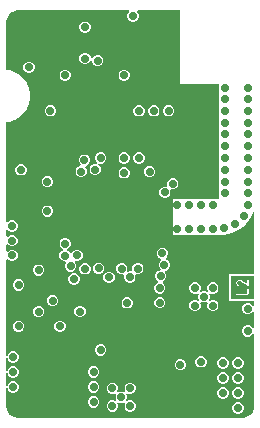
<source format=gbr>
%TF.GenerationSoftware,Altium Limited,Altium Designer,22.11.1 (43)*%
G04 Layer_Physical_Order=2*
G04 Layer_Color=36540*
%FSLAX45Y45*%
%MOMM*%
%TF.SameCoordinates,68354FB4-E10A-4FE8-B7D5-3B9F33A940C7*%
%TF.FilePolarity,Positive*%
%TF.FileFunction,Copper,L2,Inr,Signal*%
%TF.Part,Single*%
G01*
G75*
%TA.AperFunction,ViaPad*%
%ADD44C,0.70000*%
G36*
X1061949Y3474511D02*
X1067210Y3461811D01*
X1059562Y3454164D01*
X1052300Y3436632D01*
Y3417656D01*
X1059562Y3400124D01*
X1072980Y3386706D01*
X1090512Y3379444D01*
X1109488D01*
X1127020Y3386706D01*
X1140438Y3400124D01*
X1147700Y3417656D01*
Y3436632D01*
X1140438Y3454164D01*
X1132790Y3461811D01*
X1138051Y3474511D01*
X1500000D01*
Y2850000D01*
X1824962D01*
Y1875038D01*
X1575000D01*
X1574962Y1875000D01*
X1435000D01*
Y1574962D01*
X1848000D01*
X1866158Y1574961D01*
X1902164Y1579700D01*
X1937243Y1589099D01*
X1970795Y1602996D01*
X2002246Y1621154D01*
X2031058Y1643262D01*
X2056737Y1668942D01*
X2078845Y1697753D01*
X2097003Y1729204D01*
X2110900Y1762756D01*
X2111812Y1766159D01*
X2124512Y1764487D01*
Y1242700D01*
X1912301D01*
Y1017300D01*
X2124512D01*
Y976230D01*
X2111812Y973704D01*
X2110438Y977020D01*
X2097020Y990438D01*
X2079488Y997700D01*
X2060512D01*
X2042980Y990438D01*
X2029562Y977020D01*
X2022300Y959488D01*
Y940512D01*
X2029562Y922980D01*
X2042980Y909562D01*
X2060512Y902300D01*
X2079488D01*
X2097020Y909562D01*
X2110438Y922980D01*
X2111812Y926296D01*
X2124512Y923770D01*
Y786230D01*
X2111812Y783704D01*
X2110438Y787020D01*
X2097020Y800438D01*
X2079488Y807700D01*
X2060512D01*
X2042980Y800438D01*
X2029562Y787020D01*
X2022300Y769488D01*
Y750512D01*
X2029562Y732980D01*
X2042980Y719562D01*
X2060512Y712300D01*
X2079488D01*
X2097020Y719562D01*
X2110438Y732980D01*
X2111812Y736296D01*
X2124512Y733770D01*
Y125000D01*
Y115200D01*
X2120687Y95973D01*
X2113186Y77864D01*
X2102295Y61564D01*
X2088435Y47704D01*
X2072136Y36814D01*
X2054027Y29313D01*
X2034801Y25488D01*
X2025000D01*
X125000Y25488D01*
X115199D01*
X95973Y29312D01*
X77863Y36814D01*
X61564Y47705D01*
X47704Y61565D01*
X36814Y77863D01*
X29312Y95974D01*
X25488Y115199D01*
X25488Y124999D01*
Y274867D01*
X37300Y277012D01*
X44562Y259480D01*
X57980Y246062D01*
X75512Y238800D01*
X94488D01*
X112020Y246062D01*
X125438Y259480D01*
X132700Y277012D01*
Y295988D01*
X125438Y313520D01*
X112020Y326938D01*
X94488Y334200D01*
X75512D01*
X57980Y326938D01*
X44562Y313520D01*
X37300Y295988D01*
X25488Y298134D01*
Y401867D01*
X37300Y404012D01*
X44562Y386480D01*
X57980Y373062D01*
X75512Y365800D01*
X94488D01*
X112020Y373062D01*
X125438Y386480D01*
X132700Y404012D01*
Y422988D01*
X125438Y440520D01*
X112020Y453938D01*
X94488Y461200D01*
X75512D01*
X57980Y453938D01*
X44562Y440520D01*
X37300Y422988D01*
X25488Y425134D01*
Y528867D01*
X37300Y531012D01*
X44562Y513481D01*
X57980Y500062D01*
X75512Y492800D01*
X94488D01*
X112020Y500062D01*
X125438Y513481D01*
X132700Y531012D01*
Y549988D01*
X125438Y567520D01*
X112020Y580938D01*
X94488Y588200D01*
X75512D01*
X57980Y580938D01*
X44562Y567520D01*
X37300Y549989D01*
X25488Y552134D01*
Y1364225D01*
X38188Y1369354D01*
X47980Y1359562D01*
X65512Y1352300D01*
X84488D01*
X102020Y1359562D01*
X115438Y1372980D01*
X122700Y1390512D01*
Y1409488D01*
X115438Y1427019D01*
X102020Y1440438D01*
X84488Y1447700D01*
X65512D01*
X47980Y1440438D01*
X38188Y1430646D01*
X25488Y1435774D01*
Y1489225D01*
X38188Y1494354D01*
X47980Y1484562D01*
X65512Y1477300D01*
X84488D01*
X102020Y1484562D01*
X115438Y1497980D01*
X122700Y1515512D01*
Y1534488D01*
X115438Y1552020D01*
X102020Y1565438D01*
X84488Y1572700D01*
X65512D01*
X47980Y1565438D01*
X38188Y1555646D01*
X25488Y1560775D01*
Y1614225D01*
X38188Y1619354D01*
X47980Y1609562D01*
X65512Y1602300D01*
X84488D01*
X102020Y1609562D01*
X115438Y1622980D01*
X122700Y1640512D01*
Y1659488D01*
X115438Y1677020D01*
X102020Y1690438D01*
X84488Y1697700D01*
X65512D01*
X47980Y1690438D01*
X38188Y1680646D01*
X25488Y1685775D01*
Y2526146D01*
X63029Y2533613D01*
X65349Y2534574D01*
X67811Y2535064D01*
X104033Y2550067D01*
X106120Y2551462D01*
X108440Y2552423D01*
X141039Y2574205D01*
X142814Y2575980D01*
X144902Y2577375D01*
X172625Y2605098D01*
X174019Y2607185D01*
X175795Y2608960D01*
X197577Y2641560D01*
X198538Y2643879D01*
X199933Y2645967D01*
X214936Y2682189D01*
X215426Y2684651D01*
X216387Y2686970D01*
X224036Y2725424D01*
Y2727935D01*
X224525Y2730397D01*
Y2769603D01*
X224036Y2772065D01*
Y2774576D01*
X216387Y2813029D01*
X215426Y2815349D01*
X214936Y2817811D01*
X199933Y2854033D01*
X198538Y2856121D01*
X197577Y2858440D01*
X175795Y2891039D01*
X174020Y2892814D01*
X172625Y2894902D01*
X144902Y2922625D01*
X142815Y2924019D01*
X141039Y2925795D01*
X108440Y2947577D01*
X106121Y2948538D01*
X104033Y2949933D01*
X67811Y2964936D01*
X65349Y2965426D01*
X63029Y2966387D01*
X25488Y2973854D01*
Y3384801D01*
X29313Y3404027D01*
X36813Y3422136D01*
X47705Y3438436D01*
X61565Y3452296D01*
X77863Y3463186D01*
X95973Y3470687D01*
X115200Y3474512D01*
X125000D01*
X1061949Y3474511D01*
D02*
G37*
G36*
X2125002Y1030000D02*
X1925001D01*
Y1230000D01*
X2125002D01*
Y1030000D01*
D02*
G37*
%LPC*%
G36*
X701988Y3380200D02*
X683012D01*
X665481Y3372938D01*
X652062Y3359520D01*
X644800Y3341988D01*
Y3323012D01*
X652062Y3305480D01*
X665481Y3292062D01*
X683012Y3284800D01*
X701988D01*
X719520Y3292062D01*
X732938Y3305480D01*
X740200Y3323012D01*
Y3341988D01*
X732938Y3359520D01*
X719520Y3372938D01*
X701988Y3380200D01*
D02*
G37*
G36*
Y3115200D02*
X683012D01*
X665481Y3107938D01*
X652062Y3094520D01*
X644800Y3076988D01*
Y3058012D01*
X652062Y3040480D01*
X665481Y3027062D01*
X683012Y3019800D01*
X701988D01*
X719520Y3027062D01*
X732938Y3040480D01*
X740200Y3058011D01*
X752299Y3056562D01*
X752300Y3040512D01*
X759562Y3022980D01*
X772980Y3009562D01*
X790512Y3002300D01*
X809488D01*
X827020Y3009562D01*
X840438Y3022980D01*
X847700Y3040512D01*
Y3059488D01*
X840438Y3077020D01*
X827020Y3090438D01*
X809488Y3097700D01*
X790512D01*
X772980Y3090438D01*
X759562Y3077020D01*
X752300Y3059489D01*
X740201Y3060938D01*
X740200Y3076988D01*
X732938Y3094520D01*
X719520Y3107938D01*
X701988Y3115200D01*
D02*
G37*
G36*
X226988Y3040200D02*
X208012D01*
X190480Y3032938D01*
X177062Y3019520D01*
X169800Y3001988D01*
Y2983012D01*
X177062Y2965480D01*
X190480Y2952062D01*
X208012Y2944800D01*
X226988D01*
X244520Y2952062D01*
X257938Y2965480D01*
X265200Y2983012D01*
Y3001988D01*
X257938Y3019520D01*
X244520Y3032938D01*
X226988Y3040200D01*
D02*
G37*
G36*
X1034488Y2972700D02*
X1015512D01*
X997980Y2965438D01*
X984562Y2952020D01*
X977300Y2934488D01*
Y2915512D01*
X984562Y2897980D01*
X997980Y2884562D01*
X1015512Y2877300D01*
X1034488D01*
X1052020Y2884562D01*
X1065438Y2897980D01*
X1072700Y2915512D01*
Y2934488D01*
X1065438Y2952020D01*
X1052020Y2965438D01*
X1034488Y2972700D01*
D02*
G37*
G36*
X534488D02*
X515512D01*
X497980Y2965438D01*
X484562Y2952020D01*
X477300Y2934488D01*
Y2915512D01*
X484562Y2897980D01*
X497980Y2884562D01*
X515512Y2877300D01*
X534488D01*
X552020Y2884562D01*
X565438Y2897980D01*
X572700Y2915512D01*
Y2934488D01*
X565438Y2952020D01*
X552020Y2965438D01*
X534488Y2972700D01*
D02*
G37*
G36*
X1409488Y2672700D02*
X1390512D01*
X1372980Y2665438D01*
X1359562Y2652020D01*
X1352300Y2634489D01*
Y2615512D01*
X1359562Y2597981D01*
X1372980Y2584562D01*
X1390512Y2577300D01*
X1409488D01*
X1427020Y2584562D01*
X1440438Y2597981D01*
X1447700Y2615512D01*
Y2634489D01*
X1440438Y2652020D01*
X1427020Y2665438D01*
X1409488Y2672700D01*
D02*
G37*
G36*
X1284488Y2672700D02*
X1265512D01*
X1247980Y2665438D01*
X1234562Y2652020D01*
X1227300Y2634488D01*
Y2615512D01*
X1234562Y2597980D01*
X1247980Y2584562D01*
X1265512Y2577300D01*
X1284488D01*
X1302019Y2584562D01*
X1315438Y2597980D01*
X1322700Y2615512D01*
Y2634488D01*
X1315438Y2652020D01*
X1302019Y2665438D01*
X1284488Y2672700D01*
D02*
G37*
G36*
X1159488D02*
X1140512D01*
X1122980Y2665438D01*
X1109562Y2652020D01*
X1102300Y2634488D01*
Y2615512D01*
X1109562Y2597980D01*
X1122980Y2584562D01*
X1140512Y2577300D01*
X1159488D01*
X1177020Y2584562D01*
X1190438Y2597980D01*
X1197700Y2615512D01*
Y2634488D01*
X1190438Y2652020D01*
X1177020Y2665438D01*
X1159488Y2672700D01*
D02*
G37*
G36*
X409488D02*
X390512D01*
X372980Y2665438D01*
X359562Y2652020D01*
X352300Y2634488D01*
Y2615512D01*
X359562Y2597980D01*
X372980Y2584562D01*
X390512Y2577300D01*
X409488D01*
X427020Y2584562D01*
X440438Y2597980D01*
X447700Y2615512D01*
Y2634488D01*
X440438Y2652020D01*
X427020Y2665438D01*
X409488Y2672700D01*
D02*
G37*
G36*
X1159488Y2272700D02*
X1140512D01*
X1122980Y2265438D01*
X1109562Y2252020D01*
X1102300Y2234488D01*
Y2215512D01*
X1109562Y2197980D01*
X1122980Y2184562D01*
X1140512Y2177300D01*
X1159488D01*
X1177020Y2184562D01*
X1190438Y2197980D01*
X1197700Y2215512D01*
Y2234488D01*
X1190438Y2252020D01*
X1177020Y2265438D01*
X1159488Y2272700D01*
D02*
G37*
G36*
X1034488D02*
X1015512D01*
X997980Y2265438D01*
X984562Y2252020D01*
X977300Y2234488D01*
Y2215512D01*
X984562Y2197980D01*
X997980Y2184562D01*
X1015512Y2177300D01*
X1034488D01*
X1052020Y2184562D01*
X1065438Y2197980D01*
X1072700Y2215512D01*
Y2234488D01*
X1065438Y2252020D01*
X1052020Y2265438D01*
X1034488Y2272700D01*
D02*
G37*
G36*
X834488D02*
X815512D01*
X797980Y2265438D01*
X784562Y2252020D01*
X777300Y2234488D01*
Y2215512D01*
X784562Y2197980D01*
X797980Y2184562D01*
X792930Y2173019D01*
X788045Y2175042D01*
X769069D01*
X751537Y2167780D01*
X738119Y2154362D01*
X730857Y2136830D01*
Y2117854D01*
X738119Y2100322D01*
X751537Y2086904D01*
X769069Y2079642D01*
X788045D01*
X805576Y2086904D01*
X818995Y2100322D01*
X826257Y2117854D01*
Y2136830D01*
X818995Y2154362D01*
X805577Y2167780D01*
X810627Y2179324D01*
X815512Y2177300D01*
X834488D01*
X852020Y2184562D01*
X865438Y2197980D01*
X872700Y2215512D01*
Y2234488D01*
X865438Y2252020D01*
X852020Y2265438D01*
X834488Y2272700D01*
D02*
G37*
G36*
X159488Y2172700D02*
X140512D01*
X122980Y2165438D01*
X109562Y2152020D01*
X102300Y2134488D01*
Y2115512D01*
X109562Y2097980D01*
X122980Y2084562D01*
X140512Y2077300D01*
X159488D01*
X177020Y2084562D01*
X190438Y2097980D01*
X197700Y2115512D01*
Y2134488D01*
X190438Y2152020D01*
X177020Y2165438D01*
X159488Y2172700D01*
D02*
G37*
G36*
X697178Y2253790D02*
X678202D01*
X660671Y2246528D01*
X647252Y2233110D01*
X639990Y2215578D01*
Y2196602D01*
X647252Y2179070D01*
X655922Y2170400D01*
X650662Y2157700D01*
X650512D01*
X632980Y2150438D01*
X619562Y2137020D01*
X612300Y2119488D01*
Y2100512D01*
X619562Y2082980D01*
X632980Y2069562D01*
X650512Y2062300D01*
X669488D01*
X687020Y2069562D01*
X700438Y2082980D01*
X707700Y2100512D01*
Y2119488D01*
X700438Y2137020D01*
X691768Y2145690D01*
X697029Y2158390D01*
X697178D01*
X714710Y2165652D01*
X728128Y2179070D01*
X735390Y2196602D01*
Y2215578D01*
X728128Y2233110D01*
X714710Y2246528D01*
X697178Y2253790D01*
D02*
G37*
G36*
X1248782Y2156993D02*
X1229806D01*
X1212274Y2149732D01*
X1198856Y2136313D01*
X1191594Y2118782D01*
Y2099805D01*
X1198856Y2082274D01*
X1212274Y2068855D01*
X1229806Y2061594D01*
X1248782D01*
X1266313Y2068855D01*
X1279732Y2082274D01*
X1286994Y2099805D01*
Y2118782D01*
X1279732Y2136313D01*
X1266313Y2149732D01*
X1248782Y2156993D01*
D02*
G37*
G36*
X1034488Y2147700D02*
X1015512D01*
X997980Y2140438D01*
X984562Y2127020D01*
X977300Y2109488D01*
Y2090512D01*
X984562Y2072980D01*
X997980Y2059562D01*
X1015512Y2052300D01*
X1034488D01*
X1052020Y2059562D01*
X1065438Y2072980D01*
X1072700Y2090512D01*
Y2109488D01*
X1065438Y2127020D01*
X1052020Y2140438D01*
X1034488Y2147700D01*
D02*
G37*
G36*
X1444881Y2055248D02*
X1425905D01*
X1408373Y2047986D01*
X1394955Y2034568D01*
X1387693Y2017036D01*
Y1998060D01*
X1391304Y1989343D01*
X1381584Y1979622D01*
X1377588Y1981277D01*
X1358612D01*
X1341080Y1974016D01*
X1327662Y1960597D01*
X1320400Y1943066D01*
Y1924089D01*
X1327662Y1906558D01*
X1341080Y1893139D01*
X1358612Y1885878D01*
X1377588D01*
X1395120Y1893139D01*
X1408538Y1906558D01*
X1415800Y1924089D01*
Y1943066D01*
X1412189Y1951783D01*
X1421910Y1961503D01*
X1425905Y1959848D01*
X1444881D01*
X1462413Y1967110D01*
X1475831Y1980528D01*
X1483093Y1998060D01*
Y2017036D01*
X1475831Y2034568D01*
X1462413Y2047986D01*
X1444881Y2055248D01*
D02*
G37*
G36*
X384488Y2072700D02*
X365512D01*
X347980Y2065438D01*
X334562Y2052020D01*
X327300Y2034488D01*
Y2015512D01*
X334562Y1997980D01*
X347980Y1984562D01*
X365512Y1977300D01*
X384488D01*
X402020Y1984562D01*
X415438Y1997980D01*
X422700Y2015512D01*
Y2034488D01*
X415438Y2052020D01*
X402020Y2065438D01*
X384488Y2072700D01*
D02*
G37*
G36*
Y1822700D02*
X365512D01*
X347980Y1815438D01*
X334562Y1802020D01*
X327300Y1784488D01*
Y1765512D01*
X334562Y1747980D01*
X347980Y1734562D01*
X365512Y1727300D01*
X384488D01*
X402020Y1734562D01*
X415438Y1747980D01*
X422700Y1765512D01*
Y1784488D01*
X415438Y1802020D01*
X402020Y1815438D01*
X384488Y1822700D01*
D02*
G37*
G36*
X534488Y1547700D02*
X515512D01*
X497980Y1540438D01*
X484562Y1527020D01*
X477300Y1509488D01*
Y1490512D01*
X484562Y1472980D01*
X497980Y1459562D01*
X505400Y1456489D01*
Y1442742D01*
X497223Y1439355D01*
X483805Y1425937D01*
X476543Y1408405D01*
Y1389429D01*
X483805Y1371897D01*
X497223Y1358479D01*
X514755Y1351217D01*
X525799D01*
X531059Y1338517D01*
X529562Y1337020D01*
X522300Y1319488D01*
Y1300512D01*
X529562Y1282980D01*
X542980Y1269562D01*
X560512Y1262300D01*
X579488D01*
X597020Y1269562D01*
X610438Y1282980D01*
X617700Y1300512D01*
Y1319488D01*
X610438Y1337020D01*
X604231Y1343226D01*
X611425Y1353993D01*
X615512Y1352300D01*
X634488D01*
X652020Y1359562D01*
X665438Y1372980D01*
X672700Y1390512D01*
Y1409488D01*
X665438Y1427020D01*
X652020Y1440438D01*
X634488Y1447700D01*
X615512D01*
X597980Y1440438D01*
X584562Y1427020D01*
X581270Y1419073D01*
X567524D01*
X564681Y1425937D01*
X551263Y1439355D01*
X543843Y1442429D01*
Y1456175D01*
X552020Y1459562D01*
X565438Y1472980D01*
X572700Y1490512D01*
Y1509488D01*
X565438Y1527020D01*
X552020Y1540438D01*
X534488Y1547700D01*
D02*
G37*
G36*
X1149488Y1337300D02*
X1130512D01*
X1112980Y1330038D01*
X1099562Y1316619D01*
X1092300Y1299088D01*
Y1280111D01*
X1095584Y1272184D01*
X1085863Y1262464D01*
X1080915Y1264514D01*
X1061938D01*
X1056877Y1262418D01*
X1047157Y1272138D01*
X1050400Y1279967D01*
Y1298943D01*
X1043138Y1316475D01*
X1029720Y1329893D01*
X1012188Y1337155D01*
X993212D01*
X975680Y1329893D01*
X962262Y1316475D01*
X955000Y1298943D01*
Y1279967D01*
X962262Y1262435D01*
X975680Y1249017D01*
X993212Y1241755D01*
X1012188D01*
X1017249Y1243851D01*
X1026969Y1234131D01*
X1023726Y1226302D01*
Y1207326D01*
X1030988Y1189794D01*
X1044407Y1176376D01*
X1061938Y1169114D01*
X1080915D01*
X1098446Y1176376D01*
X1111864Y1189794D01*
X1119126Y1207326D01*
Y1226302D01*
X1115843Y1234229D01*
X1125563Y1243950D01*
X1130512Y1241900D01*
X1149488D01*
X1167020Y1249162D01*
X1180438Y1262580D01*
X1187700Y1280111D01*
Y1299088D01*
X1180438Y1316619D01*
X1167020Y1330038D01*
X1149488Y1337300D01*
D02*
G37*
G36*
X816788Y1337700D02*
X797812D01*
X780280Y1330438D01*
X766862Y1317020D01*
X759600Y1299488D01*
Y1280512D01*
X766862Y1262980D01*
X780280Y1249562D01*
X797812Y1242300D01*
X816788D01*
X834320Y1249562D01*
X847738Y1262980D01*
X855000Y1280512D01*
Y1299488D01*
X847738Y1317020D01*
X834320Y1330438D01*
X816788Y1337700D01*
D02*
G37*
G36*
X701176Y1335400D02*
X682200D01*
X664668Y1328139D01*
X651250Y1314720D01*
X643988Y1297189D01*
Y1278212D01*
X651250Y1260681D01*
X664668Y1247262D01*
X682200Y1240001D01*
X701176D01*
X718708Y1247262D01*
X732126Y1260681D01*
X739388Y1278212D01*
Y1297189D01*
X732126Y1314720D01*
X718708Y1328139D01*
X701176Y1335400D01*
D02*
G37*
G36*
X309488Y1322700D02*
X290512D01*
X272980Y1315438D01*
X259562Y1302020D01*
X252300Y1284488D01*
Y1265512D01*
X259562Y1247980D01*
X272980Y1234562D01*
X290512Y1227300D01*
X309488D01*
X327020Y1234562D01*
X340438Y1247980D01*
X347700Y1265512D01*
Y1284488D01*
X340438Y1302020D01*
X327020Y1315438D01*
X309488Y1322700D01*
D02*
G37*
G36*
X905141Y1261753D02*
X886165D01*
X868633Y1254491D01*
X855215Y1241073D01*
X847953Y1223541D01*
Y1204565D01*
X855215Y1187033D01*
X868633Y1173615D01*
X886165Y1166353D01*
X905141D01*
X922673Y1173615D01*
X936091Y1187033D01*
X943353Y1204565D01*
Y1223541D01*
X936091Y1241073D01*
X922673Y1254491D01*
X905141Y1261753D01*
D02*
G37*
G36*
X609488Y1247700D02*
X590512D01*
X572980Y1240438D01*
X559562Y1227020D01*
X552300Y1209488D01*
Y1190512D01*
X559562Y1172980D01*
X572980Y1159562D01*
X590512Y1152300D01*
X609488D01*
X627020Y1159562D01*
X640438Y1172980D01*
X647700Y1190512D01*
Y1209488D01*
X640438Y1227020D01*
X627020Y1240438D01*
X609488Y1247700D01*
D02*
G37*
G36*
X139488Y1197700D02*
X120512D01*
X102980Y1190438D01*
X89562Y1177019D01*
X82300Y1159488D01*
Y1140512D01*
X89562Y1122980D01*
X102980Y1109562D01*
X120512Y1102300D01*
X139488D01*
X157020Y1109562D01*
X170438Y1122980D01*
X177700Y1140512D01*
Y1159488D01*
X170438Y1177019D01*
X157020Y1190438D01*
X139488Y1197700D01*
D02*
G37*
G36*
X1784488Y1172700D02*
X1765512D01*
X1747980Y1165438D01*
X1734562Y1152020D01*
X1727300Y1134488D01*
Y1115512D01*
X1733495Y1100556D01*
X1724444Y1091505D01*
X1709488Y1097700D01*
X1690512D01*
X1675556Y1091505D01*
X1666505Y1100557D01*
X1672700Y1115512D01*
Y1134488D01*
X1665438Y1152020D01*
X1652020Y1165438D01*
X1634488Y1172700D01*
X1615512D01*
X1597980Y1165438D01*
X1584562Y1152020D01*
X1577300Y1134488D01*
Y1115512D01*
X1584562Y1097980D01*
X1597980Y1084562D01*
X1615512Y1077300D01*
X1634488D01*
X1649443Y1083495D01*
X1658495Y1074443D01*
X1652300Y1059488D01*
Y1040512D01*
X1658495Y1025557D01*
X1649443Y1016505D01*
X1634488Y1022700D01*
X1615512D01*
X1597980Y1015438D01*
X1584562Y1002020D01*
X1577300Y984488D01*
Y965512D01*
X1584562Y947980D01*
X1597980Y934562D01*
X1615512Y927300D01*
X1634488D01*
X1652020Y934562D01*
X1665438Y947980D01*
X1672700Y965512D01*
Y984488D01*
X1666505Y999443D01*
X1675557Y1008495D01*
X1690512Y1002300D01*
X1709488D01*
X1724443Y1008495D01*
X1733495Y999444D01*
X1727300Y984488D01*
Y965512D01*
X1734562Y947980D01*
X1747980Y934562D01*
X1765512Y927300D01*
X1784488D01*
X1802020Y934562D01*
X1815438Y947980D01*
X1822700Y965512D01*
Y984488D01*
X1815438Y1002020D01*
X1802020Y1015438D01*
X1784488Y1022700D01*
X1765512D01*
X1750557Y1016505D01*
X1741505Y1025556D01*
X1747700Y1040512D01*
Y1059488D01*
X1741505Y1074444D01*
X1750556Y1083495D01*
X1765512Y1077300D01*
X1784488D01*
X1802020Y1084562D01*
X1815438Y1097980D01*
X1822700Y1115512D01*
Y1134488D01*
X1815438Y1152020D01*
X1802020Y1165438D01*
X1784488Y1172700D01*
D02*
G37*
G36*
X1358092Y1465485D02*
X1339116D01*
X1321584Y1458223D01*
X1308166Y1444805D01*
X1300904Y1427273D01*
Y1408297D01*
X1308166Y1390765D01*
X1321584Y1377347D01*
X1334759Y1371890D01*
X1336447Y1366182D01*
X1337065Y1358634D01*
X1336999Y1358262D01*
X1324962Y1346225D01*
X1317700Y1328694D01*
Y1309717D01*
X1324962Y1292186D01*
X1332045Y1285103D01*
X1326784Y1272403D01*
X1323212D01*
X1305680Y1265141D01*
X1292262Y1251723D01*
X1285000Y1234191D01*
Y1215215D01*
X1292262Y1197683D01*
X1305680Y1184265D01*
X1307963Y1183320D01*
Y1169573D01*
X1297980Y1165438D01*
X1284562Y1152020D01*
X1277300Y1134488D01*
Y1115512D01*
X1284562Y1097980D01*
X1297980Y1084562D01*
X1315512Y1077300D01*
X1334488D01*
X1352020Y1084562D01*
X1365438Y1097980D01*
X1372700Y1115512D01*
Y1134488D01*
X1365438Y1152020D01*
X1352020Y1165438D01*
X1349737Y1166383D01*
Y1180130D01*
X1359720Y1184265D01*
X1373138Y1197683D01*
X1380400Y1215215D01*
Y1234191D01*
X1373138Y1251723D01*
X1366055Y1258806D01*
X1371316Y1271506D01*
X1374888D01*
X1392420Y1278768D01*
X1405838Y1292186D01*
X1413100Y1309717D01*
Y1328694D01*
X1405838Y1346225D01*
X1392420Y1359644D01*
X1379245Y1365101D01*
X1377557Y1370809D01*
X1376939Y1378356D01*
X1377005Y1378729D01*
X1389042Y1390765D01*
X1396304Y1408297D01*
Y1427273D01*
X1389042Y1444805D01*
X1375624Y1458223D01*
X1358092Y1465485D01*
D02*
G37*
G36*
X427114Y1065326D02*
X408137D01*
X390606Y1058064D01*
X377187Y1044645D01*
X369926Y1027114D01*
Y1008137D01*
X377187Y990606D01*
X390606Y977188D01*
X408137Y969926D01*
X427114D01*
X444645Y977188D01*
X458064Y990606D01*
X465325Y1008137D01*
Y1027114D01*
X458064Y1044645D01*
X444645Y1058064D01*
X427114Y1065326D01*
D02*
G37*
G36*
X1334488Y1047700D02*
X1315512D01*
X1297980Y1040438D01*
X1284562Y1027020D01*
X1277300Y1009488D01*
Y990512D01*
X1284562Y972980D01*
X1297980Y959562D01*
X1315512Y952300D01*
X1334488D01*
X1352020Y959562D01*
X1365438Y972980D01*
X1372700Y990512D01*
Y1009488D01*
X1365438Y1027020D01*
X1352020Y1040438D01*
X1334488Y1047700D01*
D02*
G37*
G36*
X1059943Y1047245D02*
X1040967D01*
X1023435Y1039983D01*
X1010017Y1026564D01*
X1002755Y1009033D01*
Y990056D01*
X1010017Y972525D01*
X1023435Y959107D01*
X1040967Y951845D01*
X1059943D01*
X1077475Y959107D01*
X1090893Y972525D01*
X1098155Y990056D01*
Y1009033D01*
X1090893Y1026564D01*
X1077475Y1039983D01*
X1059943Y1047245D01*
D02*
G37*
G36*
X659488Y972700D02*
X640512D01*
X622980Y965438D01*
X609562Y952020D01*
X602300Y934488D01*
Y915512D01*
X609562Y897980D01*
X622980Y884562D01*
X640512Y877300D01*
X659488D01*
X677020Y884562D01*
X690438Y897980D01*
X697700Y915512D01*
Y934488D01*
X690438Y952020D01*
X677020Y965438D01*
X659488Y972700D01*
D02*
G37*
G36*
X309488D02*
X290512D01*
X272980Y965438D01*
X259562Y952020D01*
X252300Y934488D01*
Y915512D01*
X259562Y897980D01*
X272980Y884562D01*
X290512Y877300D01*
X309488D01*
X327020Y884562D01*
X340438Y897980D01*
X347700Y915512D01*
Y934488D01*
X340438Y952020D01*
X327020Y965438D01*
X309488Y972700D01*
D02*
G37*
G36*
X489488Y847700D02*
X470512D01*
X452980Y840438D01*
X439562Y827019D01*
X432300Y809488D01*
Y790511D01*
X439562Y772980D01*
X452980Y759562D01*
X470512Y752300D01*
X489488D01*
X507020Y759562D01*
X520438Y772980D01*
X527700Y790511D01*
Y809488D01*
X520438Y827019D01*
X507020Y840438D01*
X489488Y847700D01*
D02*
G37*
G36*
X139488D02*
X120512D01*
X102980Y840438D01*
X89562Y827019D01*
X82300Y809488D01*
Y790511D01*
X89562Y772980D01*
X102980Y759562D01*
X120512Y752300D01*
X139488D01*
X157020Y759562D01*
X170438Y772980D01*
X177700Y790511D01*
Y809488D01*
X170438Y827019D01*
X157020Y840438D01*
X139488Y847700D01*
D02*
G37*
G36*
X834488Y647700D02*
X815512D01*
X797980Y640438D01*
X784562Y627020D01*
X777300Y609488D01*
Y590512D01*
X784562Y572980D01*
X797980Y559562D01*
X815512Y552300D01*
X834488D01*
X852020Y559562D01*
X865438Y572980D01*
X872700Y590512D01*
Y609488D01*
X865438Y627020D01*
X852020Y640438D01*
X834488Y647700D01*
D02*
G37*
G36*
X1684488Y547700D02*
X1665512D01*
X1647980Y540438D01*
X1634562Y527020D01*
X1627300Y509488D01*
Y490512D01*
X1634562Y472980D01*
X1647980Y459562D01*
X1665512Y452300D01*
X1684488D01*
X1702020Y459562D01*
X1715438Y472980D01*
X1722700Y490512D01*
Y509488D01*
X1715438Y527020D01*
X1702020Y540438D01*
X1684488Y547700D01*
D02*
G37*
G36*
X1997988Y538200D02*
X1979012D01*
X1961480Y530938D01*
X1948062Y517520D01*
X1940800Y499988D01*
Y481012D01*
X1948062Y463480D01*
X1961480Y450062D01*
X1979012Y442800D01*
X1997988D01*
X2015520Y450062D01*
X2028938Y463480D01*
X2036200Y481012D01*
Y499988D01*
X2028938Y517520D01*
X2015520Y530938D01*
X1997988Y538200D01*
D02*
G37*
G36*
X1870988D02*
X1852012D01*
X1834480Y530938D01*
X1821062Y517520D01*
X1813800Y499988D01*
Y481012D01*
X1821062Y463480D01*
X1834480Y450062D01*
X1852012Y442800D01*
X1870988D01*
X1888520Y450062D01*
X1901938Y463480D01*
X1909200Y481012D01*
Y499988D01*
X1901938Y517520D01*
X1888520Y530938D01*
X1870988Y538200D01*
D02*
G37*
G36*
X1509488Y522700D02*
X1490512D01*
X1472980Y515438D01*
X1459562Y502020D01*
X1452300Y484488D01*
Y465512D01*
X1459562Y447980D01*
X1472980Y434562D01*
X1490512Y427300D01*
X1509488D01*
X1527020Y434562D01*
X1540438Y447980D01*
X1547700Y465512D01*
Y484488D01*
X1540438Y502020D01*
X1527020Y515438D01*
X1509488Y522700D01*
D02*
G37*
G36*
X774488Y461200D02*
X755512D01*
X737980Y453938D01*
X724562Y440520D01*
X717300Y422988D01*
Y404012D01*
X724562Y386480D01*
X737980Y373062D01*
X755512Y365800D01*
X774488D01*
X792020Y373062D01*
X805438Y386480D01*
X812700Y404012D01*
Y422988D01*
X805438Y440520D01*
X792020Y453938D01*
X774488Y461200D01*
D02*
G37*
G36*
X1997988Y411200D02*
X1979012D01*
X1961480Y403938D01*
X1948062Y390520D01*
X1940800Y372988D01*
Y354012D01*
X1948062Y336480D01*
X1961480Y323062D01*
X1979012Y315800D01*
X1997988D01*
X2015520Y323062D01*
X2028938Y336480D01*
X2036200Y354012D01*
Y372988D01*
X2028938Y390520D01*
X2015520Y403938D01*
X1997988Y411200D01*
D02*
G37*
G36*
X1870988D02*
X1852012D01*
X1834480Y403938D01*
X1821062Y390520D01*
X1813800Y372988D01*
Y354012D01*
X1821062Y336480D01*
X1834480Y323062D01*
X1852012Y315800D01*
X1870988D01*
X1888520Y323062D01*
X1901938Y336480D01*
X1909200Y354012D01*
Y372988D01*
X1901938Y390520D01*
X1888520Y403938D01*
X1870988Y411200D01*
D02*
G37*
G36*
X1084488Y322700D02*
X1065512D01*
X1047980Y315438D01*
X1034562Y302020D01*
X1027300Y284488D01*
Y265512D01*
X1033495Y250556D01*
X1024444Y241505D01*
X1009488Y247700D01*
X990512D01*
X975557Y241505D01*
X966505Y250557D01*
X972700Y265512D01*
Y284488D01*
X965438Y302020D01*
X952020Y315438D01*
X934488Y322700D01*
X915512D01*
X897980Y315438D01*
X884562Y302020D01*
X877300Y284488D01*
Y265512D01*
X884562Y247980D01*
X897980Y234562D01*
X915512Y227300D01*
X934488D01*
X949444Y233495D01*
X958495Y224444D01*
X952300Y209488D01*
Y190512D01*
X958495Y175557D01*
X949444Y166505D01*
X934488Y172700D01*
X915512D01*
X897980Y165438D01*
X884562Y152020D01*
X877300Y134488D01*
Y115512D01*
X884562Y97980D01*
X897980Y84562D01*
X915512Y77300D01*
X934488D01*
X952020Y84562D01*
X965438Y97980D01*
X972700Y115512D01*
Y134488D01*
X966505Y149443D01*
X975557Y158495D01*
X990512Y152300D01*
X1009488D01*
X1024444Y158495D01*
X1033495Y149444D01*
X1027300Y134488D01*
Y115512D01*
X1034562Y97980D01*
X1047980Y84562D01*
X1065512Y77300D01*
X1084488D01*
X1102020Y84562D01*
X1115438Y97980D01*
X1122700Y115512D01*
Y134488D01*
X1115438Y152020D01*
X1102020Y165438D01*
X1084488Y172700D01*
X1065512D01*
X1050556Y166505D01*
X1041505Y175556D01*
X1047700Y190512D01*
Y209488D01*
X1041505Y224444D01*
X1050556Y233495D01*
X1065512Y227300D01*
X1084488D01*
X1102020Y234562D01*
X1115438Y247980D01*
X1122700Y265512D01*
Y284488D01*
X1115438Y302020D01*
X1102020Y315438D01*
X1084488Y322700D01*
D02*
G37*
G36*
X774488Y334200D02*
X755512D01*
X737980Y326938D01*
X724562Y313520D01*
X717300Y295988D01*
Y277012D01*
X724562Y259480D01*
X737980Y246062D01*
X755512Y238800D01*
X774488D01*
X792020Y246062D01*
X805438Y259480D01*
X812700Y277012D01*
Y295988D01*
X805438Y313520D01*
X792020Y326938D01*
X774488Y334200D01*
D02*
G37*
G36*
X1997988Y284200D02*
X1979012D01*
X1961480Y276938D01*
X1948062Y263520D01*
X1940800Y245988D01*
Y227012D01*
X1948062Y209480D01*
X1961480Y196062D01*
X1979012Y188800D01*
X1997988D01*
X2015520Y196062D01*
X2028938Y209480D01*
X2036200Y227012D01*
Y245988D01*
X2028938Y263520D01*
X2015520Y276938D01*
X1997988Y284200D01*
D02*
G37*
G36*
X1870988D02*
X1852012D01*
X1834480Y276938D01*
X1821062Y263520D01*
X1813800Y245988D01*
Y227012D01*
X1821062Y209480D01*
X1834480Y196062D01*
X1852012Y188800D01*
X1870988D01*
X1888520Y196062D01*
X1901938Y209480D01*
X1909200Y227012D01*
Y245988D01*
X1901938Y263520D01*
X1888520Y276938D01*
X1870988Y284200D01*
D02*
G37*
G36*
X774488Y207200D02*
X755512D01*
X737980Y199938D01*
X724562Y186520D01*
X717300Y168988D01*
Y150012D01*
X724562Y132480D01*
X737980Y119062D01*
X755512Y111800D01*
X774488D01*
X792020Y119062D01*
X805438Y132480D01*
X812700Y150012D01*
Y168988D01*
X805438Y186520D01*
X792020Y199938D01*
X774488Y207200D01*
D02*
G37*
G36*
X1997988Y157200D02*
X1979012D01*
X1961480Y149938D01*
X1948062Y136520D01*
X1940800Y118988D01*
Y100012D01*
X1948062Y82480D01*
X1961480Y69062D01*
X1979012Y61800D01*
X1997988D01*
X2015520Y69062D01*
X2028938Y82480D01*
X2036200Y100012D01*
Y118988D01*
X2028938Y136520D01*
X2015520Y149938D01*
X1997988Y157200D01*
D02*
G37*
G36*
X2077562Y1193032D02*
D01*
Y1187762D01*
X2077285Y1189565D01*
X2076730Y1190813D01*
X2075898Y1191783D01*
X2074927Y1192338D01*
X2073956Y1192754D01*
X2073124Y1192893D01*
X2072570Y1193032D01*
X2077562D01*
X2072292D01*
X2070489Y1192754D01*
X2069241Y1192200D01*
X2068270Y1191367D01*
X2067716Y1190397D01*
X2067300Y1189426D01*
X2067161Y1188594D01*
X2067022Y1188039D01*
Y1155171D01*
X2013906Y1188316D01*
X2010994Y1189842D01*
X2008359Y1191090D01*
X2005724Y1191922D01*
X2003505Y1192477D01*
X2001563Y1192754D01*
X2000038Y1193032D01*
X2056297D01*
X1972440D01*
D01*
X1998790D01*
X1996709Y1192893D01*
X1994907Y1192754D01*
X1991301Y1191783D01*
X1988111Y1190535D01*
X1985337Y1189148D01*
X1984228Y1188455D01*
X1983257Y1187762D01*
X1982286Y1187068D01*
X1981593Y1186514D01*
X1981038Y1185959D01*
X1980483Y1185543D01*
X1980345Y1185404D01*
X1980206Y1185265D01*
X1978819Y1183740D01*
X1977571Y1182353D01*
X1976600Y1180689D01*
X1975768Y1179163D01*
X1974381Y1176112D01*
X1973411Y1173200D01*
X1972856Y1170704D01*
X1972717Y1169594D01*
X1972578Y1168623D01*
X1972440Y1167930D01*
Y1166820D01*
X1972717Y1163908D01*
X1973272Y1161134D01*
X1974243Y1158499D01*
X1975352Y1156003D01*
X1976878Y1153645D01*
X1978403Y1151565D01*
X1980206Y1149624D01*
X1981870Y1147959D01*
X1983673Y1146295D01*
X1985476Y1144908D01*
X1987002Y1143799D01*
X1988527Y1142828D01*
X1989637Y1141996D01*
X1990607Y1141441D01*
X1991162Y1141164D01*
X1991440Y1141025D01*
X1992133Y1140748D01*
X1992826Y1140609D01*
X1993381Y1140470D01*
X1993520D01*
X1995323Y1140748D01*
X1996571Y1141303D01*
X1997542Y1142135D01*
X1998096Y1143105D01*
X1998512Y1144076D01*
X1998651Y1144908D01*
X1998790Y1145463D01*
Y1145740D01*
X1998651Y1146850D01*
X1998374Y1147821D01*
X1997958Y1148653D01*
X1997542Y1149208D01*
X1997126Y1149762D01*
X1996709Y1150040D01*
X1996432Y1150317D01*
X1996293D01*
X1993936Y1151704D01*
X1991856Y1153229D01*
X1990053Y1154616D01*
X1988527Y1156003D01*
X1987279Y1157529D01*
X1986170Y1158777D01*
X1985337Y1160164D01*
X1984644Y1161412D01*
X1984089Y1162521D01*
X1983673Y1163631D01*
X1983396Y1164463D01*
X1983118Y1165295D01*
Y1165988D01*
X1982980Y1166404D01*
Y1166820D01*
X1983118Y1169178D01*
X1983673Y1171258D01*
X1984505Y1173200D01*
X1985337Y1174864D01*
X1986170Y1176112D01*
X1987002Y1177083D01*
X1987556Y1177776D01*
X1987695Y1177915D01*
X1989498Y1179441D01*
X1991301Y1180550D01*
X1993242Y1181382D01*
X1994907Y1181937D01*
X1996432Y1182214D01*
X1997680Y1182492D01*
X1998512D01*
X1998651D01*
X1998790D01*
X2000454Y1182353D01*
X2001979Y1182076D01*
X2003505Y1181660D01*
X2004753Y1181244D01*
X2005863Y1180827D01*
X2006833Y1180411D01*
X2007388Y1180134D01*
X2007527Y1179995D01*
X2069380Y1141441D01*
X2070489Y1140886D01*
X2071460Y1140609D01*
X2072154Y1140470D01*
X2072431D01*
X2074095Y1140748D01*
X2075343Y1141303D01*
X2076314Y1142135D01*
X2076869Y1143105D01*
X2077285Y1144076D01*
X2077424Y1144908D01*
X2077562Y1145463D01*
Y1141996D01*
Y1193032D01*
D02*
G37*
G36*
Y1119529D02*
X2072292D01*
X2070489Y1119252D01*
X2069241Y1118697D01*
X2068270Y1117865D01*
X2067716Y1116894D01*
X2067300Y1115923D01*
X2067161Y1115091D01*
X2067022Y1114537D01*
Y1077508D01*
X1977710D01*
X1975907Y1077231D01*
X1974659Y1076676D01*
X1973688Y1075844D01*
X1973133Y1074873D01*
X1972717Y1073902D01*
X1972578Y1073070D01*
X1972440Y1072515D01*
Y1119529D01*
X2053650D01*
X1972440D01*
Y1066968D01*
Y1072238D01*
X1972717Y1070435D01*
X1973272Y1069187D01*
X1974104Y1068216D01*
X1975075Y1067661D01*
X1976046Y1067245D01*
X1976878Y1067107D01*
X1977432Y1066968D01*
X2072431D01*
X2074095Y1067245D01*
X2075343Y1067800D01*
X2076314Y1068632D01*
X2076869Y1069603D01*
X2077285Y1070574D01*
X2077424Y1071406D01*
X2077562Y1071961D01*
Y1114259D01*
X2077285Y1116062D01*
X2076730Y1117310D01*
X2075898Y1118281D01*
X2074927Y1118836D01*
X2073956Y1119252D01*
X2073124Y1119390D01*
X2072570Y1119529D01*
X2077562D01*
D02*
G37*
%LPD*%
D44*
X1861500Y490500D02*
D03*
X925000Y3125000D02*
D03*
Y3275000D02*
D03*
X1075000Y275000D02*
D03*
Y125000D02*
D03*
X925000Y275000D02*
D03*
X1000000Y200000D02*
D03*
X925000Y125000D02*
D03*
X1000000Y3200000D02*
D03*
X1075000Y3125000D02*
D03*
Y3275000D02*
D03*
X925000Y2100000D02*
D03*
X1750000Y275000D02*
D03*
X1675000Y500000D02*
D03*
X2070000Y950000D02*
D03*
X1500000Y1300000D02*
D03*
Y1500000D02*
D03*
X1025000Y2625000D02*
D03*
X650000D02*
D03*
X800000Y3050000D02*
D03*
X1465000Y2925000D02*
D03*
Y3025000D02*
D03*
Y3125000D02*
D03*
Y3225000D02*
D03*
Y3425000D02*
D03*
X1025000Y2925000D02*
D03*
X900000Y2450000D02*
D03*
X825000Y2225000D02*
D03*
X687690Y2206090D02*
D03*
X1150000Y2625000D02*
D03*
X1050455Y999545D02*
D03*
X1071426Y1216814D02*
D03*
X1325000Y1125000D02*
D03*
Y1000000D02*
D03*
X1500000Y1200000D02*
D03*
X2070000Y760000D02*
D03*
X1025000Y2100000D02*
D03*
X85000Y540500D02*
D03*
Y413500D02*
D03*
X1575000Y2815000D02*
D03*
X1435393Y2007548D02*
D03*
X1368100Y1933578D02*
D03*
X375000Y1775000D02*
D03*
X525000Y1500000D02*
D03*
X524243Y1398917D02*
D03*
X417626Y1017626D02*
D03*
X1239294Y2109293D02*
D03*
X1348604Y1417785D02*
D03*
X1365400Y1319206D02*
D03*
X1332700Y1224703D02*
D03*
X765000Y413500D02*
D03*
Y286500D02*
D03*
Y159500D02*
D03*
X85000D02*
D03*
Y286500D02*
D03*
X895653Y1214053D02*
D03*
X1002700Y1289455D02*
D03*
X1140000Y1289600D02*
D03*
X807300Y1290000D02*
D03*
X691688Y1287700D02*
D03*
X570000Y1310000D02*
D03*
X625000Y1400000D02*
D03*
X1465000Y3325000D02*
D03*
X1675000Y2815000D02*
D03*
X1775000D02*
D03*
X1025000Y2225000D02*
D03*
X1988500Y363500D02*
D03*
X550000Y475000D02*
D03*
X300000D02*
D03*
Y225000D02*
D03*
X550000D02*
D03*
X425000D02*
D03*
Y475000D02*
D03*
X300000Y350000D02*
D03*
X550000D02*
D03*
X425000D02*
D03*
X1988500Y109500D02*
D03*
X1861500D02*
D03*
Y236500D02*
D03*
X1988500D02*
D03*
X1861500Y363500D02*
D03*
X1988500Y490500D02*
D03*
X1925000Y750000D02*
D03*
X1500000Y475000D02*
D03*
X150000Y2125000D02*
D03*
X375000Y2025000D02*
D03*
X130000Y1150000D02*
D03*
Y800000D02*
D03*
X480000D02*
D03*
X650000Y925000D02*
D03*
X300000D02*
D03*
Y1275000D02*
D03*
X75000Y1400000D02*
D03*
Y1525000D02*
D03*
X1350000Y200000D02*
D03*
X525000Y2925000D02*
D03*
X660000Y2110000D02*
D03*
X778557Y2127342D02*
D03*
X692500Y3332500D02*
D03*
X217500Y2992500D02*
D03*
X1100000Y3427144D02*
D03*
X1025000Y2525000D02*
D03*
X1150000Y2225000D02*
D03*
Y2525000D02*
D03*
X700000D02*
D03*
X1400000Y2625000D02*
D03*
X1275000Y2625000D02*
D03*
X400000D02*
D03*
X525000D02*
D03*
X1075000Y1550000D02*
D03*
X925000D02*
D03*
X775000D02*
D03*
Y1700000D02*
D03*
Y1850000D02*
D03*
X925000D02*
D03*
X1075000D02*
D03*
Y1700000D02*
D03*
X925000D02*
D03*
X670000Y800000D02*
D03*
X320000D02*
D03*
Y1150000D02*
D03*
X1350000Y700000D02*
D03*
Y800000D02*
D03*
X1275000Y2225000D02*
D03*
X600000Y1200000D02*
D03*
X825000Y600000D02*
D03*
X692500Y3067500D02*
D03*
X357500Y3332500D02*
D03*
Y3067500D02*
D03*
X375000Y1900000D02*
D03*
X75000Y1775000D02*
D03*
X600000Y1050000D02*
D03*
X1675000Y125000D02*
D03*
X825000Y900000D02*
D03*
X850000Y475000D02*
D03*
X1200000D02*
D03*
X1750000Y600000D02*
D03*
X1625000D02*
D03*
X1407500Y2250000D02*
D03*
X1675000Y2525000D02*
D03*
X575000D02*
D03*
X75000Y1650000D02*
D03*
X175000Y2525000D02*
D03*
X1475000Y1825000D02*
D03*
X1869395Y1628950D02*
D03*
X1962979Y1664193D02*
D03*
X2035361Y1733192D02*
D03*
X2075000Y1825000D02*
D03*
X2075000Y2725000D02*
D03*
X2075000Y2815000D02*
D03*
X1875000D02*
D03*
Y2725000D02*
D03*
X2075000Y2325000D02*
D03*
Y2425000D02*
D03*
Y2625000D02*
D03*
Y2525000D02*
D03*
X1875000D02*
D03*
Y2625000D02*
D03*
Y2425000D02*
D03*
Y2325000D02*
D03*
X2075000Y1925000D02*
D03*
Y2025000D02*
D03*
Y2225000D02*
D03*
Y2125000D02*
D03*
X1875000D02*
D03*
Y2225000D02*
D03*
Y2025000D02*
D03*
Y1925000D02*
D03*
X1575000Y1825000D02*
D03*
X1775000D02*
D03*
X1675000D02*
D03*
Y1625000D02*
D03*
X1775000D02*
D03*
X1575000D02*
D03*
X1475000D02*
D03*
X1625000Y975000D02*
D03*
X1700000Y1050000D02*
D03*
X1625000Y1125000D02*
D03*
X1775000D02*
D03*
Y975000D02*
D03*
%TF.MD5,7ac63ef95c33f61c7039653469ce3711*%
M02*

</source>
